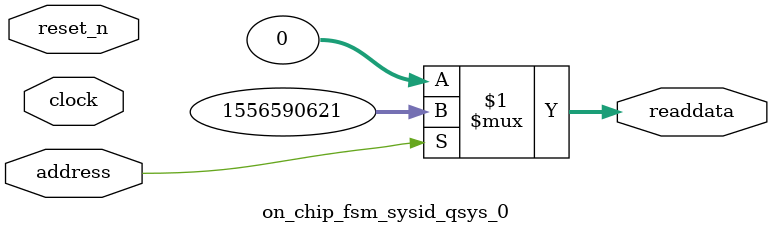
<source format=v>



// synthesis translate_off
`timescale 1ns / 1ps
// synthesis translate_on

// turn off superfluous verilog processor warnings 
// altera message_level Level1 
// altera message_off 10034 10035 10036 10037 10230 10240 10030 

module on_chip_fsm_sysid_qsys_0 (
               // inputs:
                address,
                clock,
                reset_n,

               // outputs:
                readdata
             )
;

  output  [ 31: 0] readdata;
  input            address;
  input            clock;
  input            reset_n;

  wire    [ 31: 0] readdata;
  //control_slave, which is an e_avalon_slave
  assign readdata = address ? 1556590621 : 0;

endmodule



</source>
